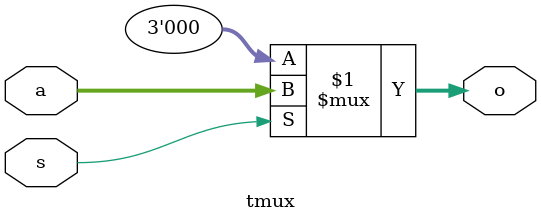
<source format=v>
`timescale 1ns / 1ps
module tmux(a,s,o);
input [2:0]a;
input s;
output [2:0]o;

assign o = s ? a : 3'b000;
endmodule

</source>
